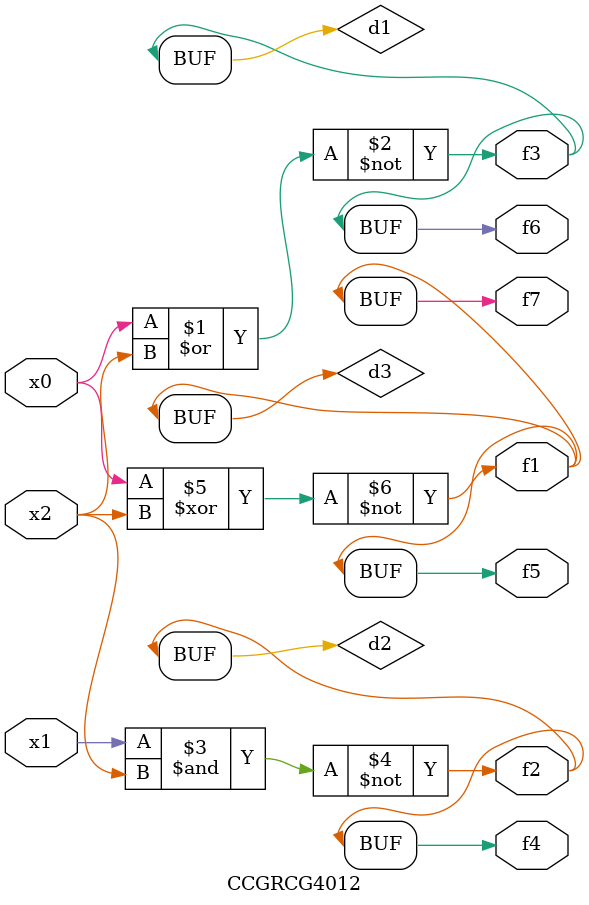
<source format=v>
module CCGRCG4012(
	input x0, x1, x2,
	output f1, f2, f3, f4, f5, f6, f7
);

	wire d1, d2, d3;

	nor (d1, x0, x2);
	nand (d2, x1, x2);
	xnor (d3, x0, x2);
	assign f1 = d3;
	assign f2 = d2;
	assign f3 = d1;
	assign f4 = d2;
	assign f5 = d3;
	assign f6 = d1;
	assign f7 = d3;
endmodule

</source>
